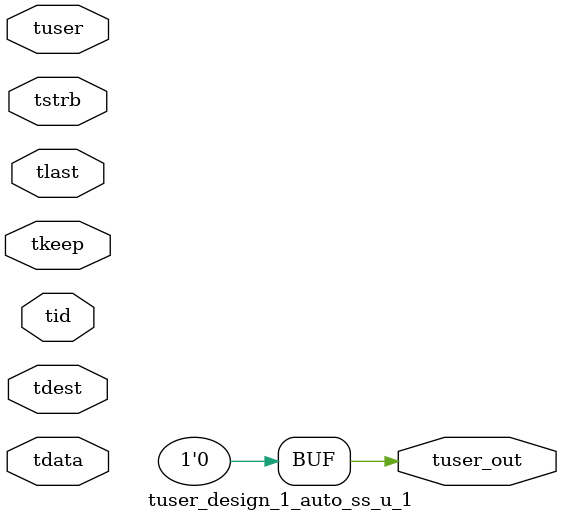
<source format=v>


`timescale 1ps/1ps

module tuser_design_1_auto_ss_u_1 #
(
parameter C_S_AXIS_TUSER_WIDTH = 1,
parameter C_S_AXIS_TDATA_WIDTH = 32,
parameter C_S_AXIS_TID_WIDTH   = 0,
parameter C_S_AXIS_TDEST_WIDTH = 0,
parameter C_M_AXIS_TUSER_WIDTH = 1
)
(
input  [(C_S_AXIS_TUSER_WIDTH == 0 ? 1 : C_S_AXIS_TUSER_WIDTH)-1:0     ] tuser,
input  [(C_S_AXIS_TDATA_WIDTH == 0 ? 1 : C_S_AXIS_TDATA_WIDTH)-1:0     ] tdata,
input  [(C_S_AXIS_TID_WIDTH   == 0 ? 1 : C_S_AXIS_TID_WIDTH)-1:0       ] tid,
input  [(C_S_AXIS_TDEST_WIDTH == 0 ? 1 : C_S_AXIS_TDEST_WIDTH)-1:0     ] tdest,
input  [(C_S_AXIS_TDATA_WIDTH/8)-1:0 ] tkeep,
input  [(C_S_AXIS_TDATA_WIDTH/8)-1:0 ] tstrb,
input                                                                    tlast,
output [C_M_AXIS_TUSER_WIDTH-1:0] tuser_out
);

assign tuser_out = {1'b0};

endmodule


</source>
